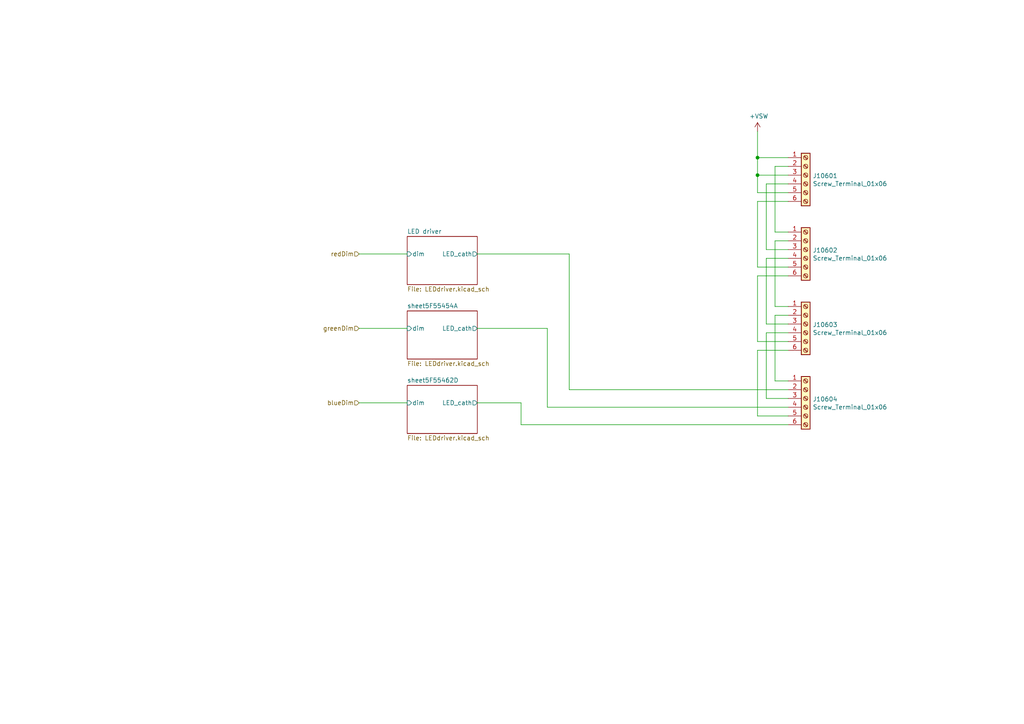
<source format=kicad_sch>
(kicad_sch (version 20230121) (generator eeschema)
  (paper "A4")
  (lib_symbols
    (symbol "Connector:Screw_Terminal_01x06" (pin_names (offset 1.016) hide)
      (property "Reference" "J" (at 0 7.62 0))
      (property "Value" "Screw_Terminal_01x06" (at 0 -10.16 0))
      (symbol "Screw_Terminal_01x06_1_1"
        (rectangle (start -1.27 6.35) (end 1.27 -8.89) (stroke (width 0.254)) (fill (type background)))
        (circle (center 0 -7.62) (radius 0.635) (stroke (width 0.1524)))
        (circle (center 0 -5.08) (radius 0.635) (stroke (width 0.1524)))
        (circle (center 0 -2.54) (radius 0.635) (stroke (width 0.1524)))
        (polyline (pts (xy -0.5334 -7.2898) (xy 0.3302 -8.128)) (stroke (width 0.1524)))
        (polyline (pts (xy -0.5334 -4.7498) (xy 0.3302 -5.588)) (stroke (width 0.1524)))
        (polyline (pts (xy -0.5334 -2.2098) (xy 0.3302 -3.048)) (stroke (width 0.1524)))
        (polyline (pts (xy -0.5334 0.3302) (xy 0.3302 -0.508)) (stroke (width 0.1524)))
        (polyline (pts (xy -0.5334 2.8702) (xy 0.3302 2.032)) (stroke (width 0.1524)))
        (polyline (pts (xy -0.5334 5.4102) (xy 0.3302 4.572)) (stroke (width 0.1524)))
        (polyline (pts (xy -0.3556 -7.112) (xy 0.508 -7.9502)) (stroke (width 0.1524)))
        (polyline (pts (xy -0.3556 -4.572) (xy 0.508 -5.4102)) (stroke (width 0.1524)))
        (polyline (pts (xy -0.3556 -2.032) (xy 0.508 -2.8702)) (stroke (width 0.1524)))
        (polyline (pts (xy -0.3556 0.508) (xy 0.508 -0.3302)) (stroke (width 0.1524)))
        (polyline (pts (xy -0.3556 3.048) (xy 0.508 2.2098)) (stroke (width 0.1524)))
        (polyline (pts (xy -0.3556 5.588) (xy 0.508 4.7498)) (stroke (width 0.1524)))
        (circle (center 0 0) (radius 0.635) (stroke (width 0.1524)))
        (circle (center 0 2.54) (radius 0.635) (stroke (width 0.1524)))
        (circle (center 0 5.08) (radius 0.635) (stroke (width 0.1524)))
        (pin passive line (at -5.08 5.08 0) (length 3.81) (name "Pin_1") (number "1"))
        (pin passive line (at -5.08 2.54 0) (length 3.81) (name "Pin_2") (number "2"))
        (pin passive line (at -5.08 0 0) (length 3.81) (name "Pin_3") (number "3"))
        (pin passive line (at -5.08 -2.54 0) (length 3.81) (name "Pin_4") (number "4"))
        (pin passive line (at -5.08 -5.08 0) (length 3.81) (name "Pin_5") (number "5"))
        (pin passive line (at -5.08 -7.62 0) (length 3.81) (name "Pin_6") (number "6"))
      )
    )
    (symbol "power:+VSW" (power) (pin_names (offset 0))
      (property "Value" "+VSW" (at 0 3.556 0))
      (symbol "+VSW_0_1"
        (polyline (pts (xy -0.762 1.27) (xy 0 2.54)))
        (polyline (pts (xy 0 0) (xy 0 2.54)))
        (polyline (pts (xy 0 2.54) (xy 0.762 1.27)))
      )
      (symbol "+VSW_1_1"
        (pin power_in line (at 0 0 90) (length 0) hide (name "+VSW") (number "1"))
      )
    )
  )
  (junction (at 219.71 50.8))
  (junction (at 219.71 45.72))
  (wire (pts (xy 222.25 96.52) (xy 228.6 96.52)))
  (wire (pts (xy 228.6 113.03) (xy 165.1 113.03)))
  (wire (pts (xy 228.6 55.88) (xy 219.71 55.88)))
  (wire (pts (xy 219.71 45.72) (xy 219.71 38.1)))
  (wire (pts (xy 118.11 95.25) (xy 104.14 95.25)))
  (wire (pts (xy 228.6 88.9) (xy 224.79 88.9)))
  (wire (pts (xy 228.6 77.47) (xy 219.71 77.47)))
  (wire (pts (xy 228.6 45.72) (xy 219.71 45.72)))
  (wire (pts (xy 228.6 50.8) (xy 219.71 50.8)))
  (wire (pts (xy 224.79 67.31) (xy 224.79 48.26)))
  (wire (pts (xy 224.79 110.49) (xy 224.79 91.44)))
  (wire (pts (xy 222.25 115.57) (xy 222.25 96.52)))
  (wire (pts (xy 224.79 91.44) (xy 228.6 91.44)))
  (wire (pts (xy 151.13 116.84) (xy 138.43 116.84)))
  (wire (pts (xy 118.11 73.66) (xy 104.14 73.66)))
  (wire (pts (xy 228.6 99.06) (xy 219.71 99.06)))
  (wire (pts (xy 222.25 72.39) (xy 222.25 53.34)))
  (wire (pts (xy 165.1 73.66) (xy 138.43 73.66)))
  (wire (pts (xy 224.79 69.85) (xy 228.6 69.85)))
  (wire (pts (xy 224.79 88.9) (xy 224.79 69.85)))
  (wire (pts (xy 118.11 116.84) (xy 104.14 116.84)))
  (wire (pts (xy 219.71 80.01) (xy 228.6 80.01)))
  (wire (pts (xy 219.71 55.88) (xy 219.71 50.8)))
  (wire (pts (xy 222.25 53.34) (xy 228.6 53.34)))
  (wire (pts (xy 151.13 123.19) (xy 151.13 116.84)))
  (wire (pts (xy 228.6 123.19) (xy 151.13 123.19)))
  (wire (pts (xy 222.25 74.93) (xy 228.6 74.93)))
  (wire (pts (xy 219.71 120.65) (xy 219.71 101.6)))
  (wire (pts (xy 228.6 72.39) (xy 222.25 72.39)))
  (wire (pts (xy 228.6 67.31) (xy 224.79 67.31)))
  (wire (pts (xy 219.71 77.47) (xy 219.71 58.42)))
  (wire (pts (xy 228.6 110.49) (xy 224.79 110.49)))
  (wire (pts (xy 165.1 113.03) (xy 165.1 73.66)))
  (wire (pts (xy 228.6 115.57) (xy 222.25 115.57)))
  (wire (pts (xy 219.71 58.42) (xy 228.6 58.42)))
  (wire (pts (xy 138.43 95.25) (xy 158.75 95.25)))
  (wire (pts (xy 219.71 101.6) (xy 228.6 101.6)))
  (wire (pts (xy 228.6 93.98) (xy 222.25 93.98)))
  (wire (pts (xy 224.79 48.26) (xy 228.6 48.26)))
  (wire (pts (xy 158.75 95.25) (xy 158.75 118.11)))
  (wire (pts (xy 219.71 50.8) (xy 219.71 45.72)))
  (wire (pts (xy 219.71 99.06) (xy 219.71 80.01)))
  (wire (pts (xy 222.25 93.98) (xy 222.25 74.93)))
  (wire (pts (xy 158.75 118.11) (xy 228.6 118.11)))
  (wire (pts (xy 228.6 120.65) (xy 219.71 120.65)))
  (hierarchical_label "blueDim" (shape input) (at 104.14 116.84 180))
  (hierarchical_label "greenDim" (shape input) (at 104.14 95.25 180))
  (hierarchical_label "redDim" (shape input) (at 104.14 73.66 180))
  (symbol (lib_id "Connector:Screw_Terminal_01x06") (at 233.68 50.8 0) (unit 1)
    (property "Reference" "J10601" (at 235.712 51.0032 0) (effects (justify left)))
    (property "Value" "Screw_Terminal_01x06" (at 235.712 53.3146 0) (effects (justify left)))
    (property "Footprint" "Connector_Hirose:Hirose_DF13-06P-1.25DS_1x06_P1.25mm_Horizontal" (effects hide))
    (property "Datasheet" "H2203-ND" (effects hide))
  )
  (symbol (lib_id "Connector:Screw_Terminal_01x06") (at 233.68 72.39 0) (unit 1)
    (property "Reference" "J10602" (at 235.712 72.5932 0) (effects (justify left)))
    (property "Value" "Screw_Terminal_01x06" (at 235.712 74.9046 0) (effects (justify left)))
    (property "Footprint" "Connector_Hirose:Hirose_DF13-06P-1.25DS_1x06_P1.25mm_Horizontal" (effects hide))
    (property "Datasheet" "H2203-ND" (effects hide))
  )
  (symbol (lib_id "Connector:Screw_Terminal_01x06") (at 233.68 93.98 0) (unit 1)
    (property "Reference" "J10603" (at 235.712 94.1832 0) (effects (justify left)))
    (property "Value" "Screw_Terminal_01x06" (at 235.712 96.4946 0) (effects (justify left)))
    (property "Footprint" "Connector_Hirose:Hirose_DF13-06P-1.25DS_1x06_P1.25mm_Horizontal" (effects hide))
    (property "Datasheet" "H2203-ND" (effects hide))
  )
  (symbol (lib_id "Connector:Screw_Terminal_01x06") (at 233.68 115.57 0) (unit 1)
    (property "Reference" "J10604" (at 235.712 115.7732 0) (effects (justify left)))
    (property "Value" "Screw_Terminal_01x06" (at 235.712 118.0846 0) (effects (justify left)))
    (property "Footprint" "Connector_Hirose:Hirose_DF13-06P-1.25DS_1x06_P1.25mm_Horizontal" (effects hide))
    (property "Datasheet" "H2203-ND" (effects hide))
  )
  (symbol (lib_id "power:+VSW") (at 219.71 38.1 0) (unit 1)
    (property "Reference" "#PWR0131" (effects hide))
    (property "Value" "+VSW" (at 220.091 33.7058 0))
  )
  (sheet (at 118.11 68.58) (size 20.32 13.97)
    (property "Sheetname" "LED driver" (at 118.11 67.8684 0) (effects (justify left bottom)))
    (property "Sheetfile" "LEDdriver.kicad_sch" (at 118.11 83.1346 0) (effects (justify left top)))
    (pin "LED_cath" output (at 138.43 73.66 0))
    (pin "dim" input (at 118.11 73.66 180))
  )
  (sheet (at 118.11 90.17) (size 20.32 13.97)
    (property "Sheetname" "sheet5F55454A" (at 118.11 89.4584 0) (effects (justify left bottom)))
    (property "Sheetfile" "LEDdriver.kicad_sch" (at 118.11 104.7246 0) (effects (justify left top)))
    (pin "LED_cath" output (at 138.43 95.25 0))
    (pin "dim" input (at 118.11 95.25 180))
  )
  (sheet (at 118.11 111.76) (size 20.32 13.97)
    (property "Sheetname" "sheet5F55462D" (at 118.11 111.0484 0) (effects (justify left bottom)))
    (property "Sheetfile" "LEDdriver.kicad_sch" (at 118.11 126.3146 0) (effects (justify left top)))
    (pin "LED_cath" output (at 138.43 116.84 0))
    (pin "dim" input (at 118.11 116.84 180))
  )
)
</source>
